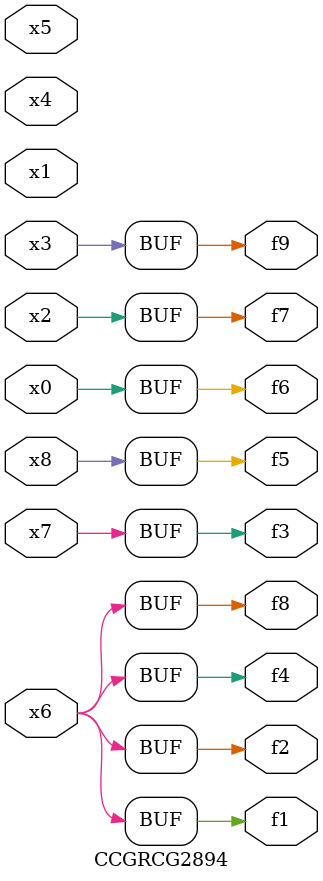
<source format=v>
module CCGRCG2894(
	input x0, x1, x2, x3, x4, x5, x6, x7, x8,
	output f1, f2, f3, f4, f5, f6, f7, f8, f9
);
	assign f1 = x6;
	assign f2 = x6;
	assign f3 = x7;
	assign f4 = x6;
	assign f5 = x8;
	assign f6 = x0;
	assign f7 = x2;
	assign f8 = x6;
	assign f9 = x3;
endmodule

</source>
